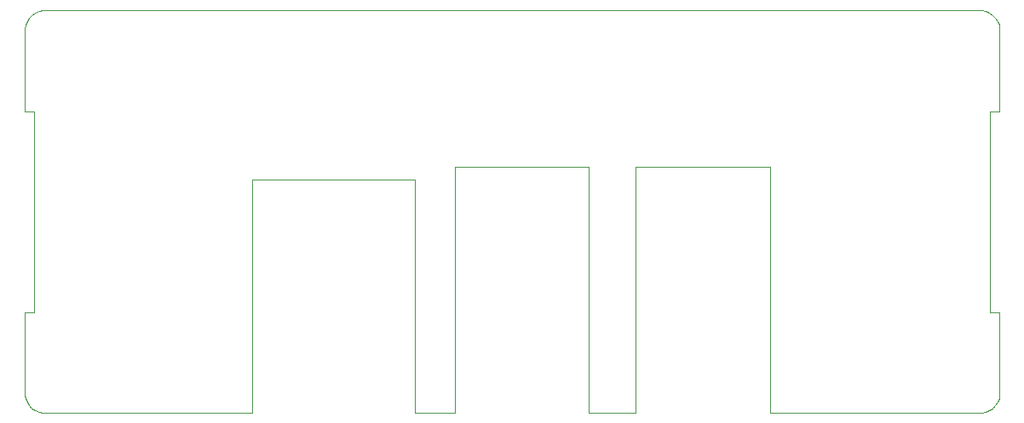
<source format=gko>
G04*
G04 #@! TF.GenerationSoftware,Altium Limited,Altium Designer,23.0.1 (38)*
G04*
G04 Layer_Color=16711935*
%FSLAX25Y25*%
%MOIN*%
G70*
G04*
G04 #@! TF.SameCoordinates,F80D54C9-B755-4FCF-BFE6-68BB78994598*
G04*
G04*
G04 #@! TF.FilePolarity,Positive*
G04*
G01*
G75*
%ADD13C,0.00200*%
D13*
X107807Y257217D02*
X473555Y257217D01*
X107032Y257217D02*
X107807D01*
X105510Y256914D02*
X107032Y257217D01*
X104077Y256320D02*
X105510Y256914D01*
X102788Y255459D02*
X104077Y256320D01*
X101691Y254362D02*
X102788Y255459D01*
X100829Y253072D02*
X101691Y254362D01*
X100236Y251639D02*
X100829Y253072D01*
X99933Y250118D02*
X100236Y251639D01*
X99933Y249342D02*
Y250118D01*
Y217846D02*
Y249342D01*
Y217846D02*
X103673D01*
Y139106D02*
Y217846D01*
X99933Y139106D02*
X103673D01*
X99933Y107610D02*
Y139106D01*
Y106835D02*
Y107610D01*
Y106835D02*
X100236Y105314D01*
X100829Y103881D01*
X101691Y102591D01*
X102788Y101494D01*
X104077Y100632D01*
X105510Y100039D01*
X107032Y99736D01*
X189106D01*
Y137100D01*
Y191037D01*
X252492D01*
Y137100D02*
Y191037D01*
Y99736D02*
Y137100D01*
Y99736D02*
X268240D01*
Y137100D01*
Y196155D01*
X320602D01*
Y137100D02*
Y196155D01*
Y99736D02*
Y137100D01*
Y99736D02*
X339106D01*
Y137100D01*
Y196155D01*
X391468D01*
Y137100D02*
Y196155D01*
Y99736D02*
Y137100D01*
Y99736D02*
X474331D01*
X475852Y100039D01*
X477285Y100632D01*
X478575Y101494D01*
X479671Y102591D01*
X480533Y103881D01*
X481126Y105314D01*
X481429Y106835D01*
Y107610D01*
Y139106D01*
X477689D02*
X481429D01*
X477689D02*
Y217846D01*
X481429D01*
Y249342D01*
Y250118D01*
X481126Y251639D02*
X481429Y250118D01*
X480533Y253072D02*
X481126Y251639D01*
X479671Y254362D02*
X480533Y253072D01*
X478575Y255459D02*
X479671Y254362D01*
X477285Y256320D02*
X478575Y255459D01*
X475852Y256914D02*
X477285Y256320D01*
X474331Y257217D02*
X475852Y256914D01*
X473555Y257217D02*
X474331D01*
M02*

</source>
